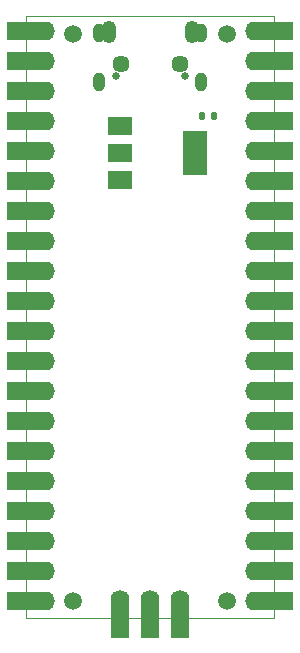
<source format=gbr>
G04 #@! TF.GenerationSoftware,KiCad,Pcbnew,(6.0.6)*
G04 #@! TF.CreationDate,2022-08-20T10:32:50+05:30*
G04 #@! TF.ProjectId,Mitayi-Pico-RP2040,4d697461-7969-42d5-9069-636f2d525032,0.2*
G04 #@! TF.SameCoordinates,PX848f8c0PY6ea0500*
G04 #@! TF.FileFunction,Soldermask,Bot*
G04 #@! TF.FilePolarity,Negative*
%FSLAX46Y46*%
G04 Gerber Fmt 4.6, Leading zero omitted, Abs format (unit mm)*
G04 Created by KiCad (PCBNEW (6.0.6)) date 2022-08-20 10:32:50*
%MOMM*%
%LPD*%
G01*
G04 APERTURE LIST*
G04 Aperture macros list*
%AMRoundRect*
0 Rectangle with rounded corners*
0 $1 Rounding radius*
0 $2 $3 $4 $5 $6 $7 $8 $9 X,Y pos of 4 corners*
0 Add a 4 corners polygon primitive as box body*
4,1,4,$2,$3,$4,$5,$6,$7,$8,$9,$2,$3,0*
0 Add four circle primitives for the rounded corners*
1,1,$1+$1,$2,$3*
1,1,$1+$1,$4,$5*
1,1,$1+$1,$6,$7*
1,1,$1+$1,$8,$9*
0 Add four rect primitives between the rounded corners*
20,1,$1+$1,$2,$3,$4,$5,0*
20,1,$1+$1,$4,$5,$6,$7,0*
20,1,$1+$1,$6,$7,$8,$9,0*
20,1,$1+$1,$8,$9,$2,$3,0*%
G04 Aperture macros list end*
G04 #@! TA.AperFunction,Profile*
%ADD10C,0.100000*%
G04 #@! TD*
%ADD11C,1.500000*%
%ADD12O,1.600000X1.700000*%
%ADD13R,1.600000X3.200000*%
%ADD14C,0.670000*%
%ADD15RoundRect,0.500000X0.000000X0.300000X0.000000X0.300000X0.000000X-0.300000X0.000000X-0.300000X0*%
%ADD16O,1.200000X1.900000*%
%ADD17C,1.450000*%
%ADD18R,3.200000X1.600000*%
%ADD19O,1.700000X1.600000*%
%ADD20R,2.000000X1.500000*%
%ADD21R,2.000000X3.800000*%
%ADD22RoundRect,0.135000X-0.135000X-0.185000X0.135000X-0.185000X0.135000X0.185000X-0.135000X0.185000X0*%
G04 APERTURE END LIST*
D10*
X0Y51000000D02*
X21000000Y51000000D01*
X21000000Y0D02*
X0Y0D01*
X21000000Y51000000D02*
X21000000Y0D01*
X0Y0D02*
X0Y51000000D01*
D11*
X17000000Y1490000D03*
D12*
X7950000Y1600000D03*
D13*
X7950000Y-10000D03*
D12*
X10490000Y1600000D03*
D13*
X10490000Y-10000D03*
D12*
X13030000Y1600000D03*
D13*
X13030000Y-10000D03*
D11*
X4000000Y1490000D03*
D14*
X7610000Y45920000D03*
X13410000Y45920000D03*
D15*
X14830000Y45390000D03*
X6190000Y45390000D03*
X14830000Y49570000D03*
X6190000Y49570000D03*
D11*
X17000000Y49490000D03*
D16*
X7010000Y49637500D03*
D17*
X13010000Y46937500D03*
X8010000Y46937500D03*
D16*
X14010000Y49637500D03*
D11*
X4000000Y49490000D03*
D18*
X-10000Y49700000D03*
D19*
X1600000Y49700000D03*
D18*
X-10000Y47160000D03*
D19*
X1600000Y47160000D03*
D18*
X-10000Y44620000D03*
D19*
X1600000Y44620000D03*
D18*
X-10000Y42080000D03*
D19*
X1600000Y42080000D03*
X1600000Y39540000D03*
D18*
X-10000Y39540000D03*
D19*
X1600000Y37000000D03*
D18*
X-10000Y37000000D03*
X-10000Y34460000D03*
D19*
X1600000Y34460000D03*
D18*
X-10000Y31920000D03*
D19*
X1600000Y31920000D03*
X1600000Y29380000D03*
D18*
X-10000Y29380000D03*
X-10000Y26840000D03*
D19*
X1600000Y26840000D03*
D18*
X-10000Y24300000D03*
D19*
X1600000Y24300000D03*
D18*
X-10000Y21760000D03*
D19*
X1600000Y21760000D03*
D18*
X-10000Y19220000D03*
D19*
X1600000Y19220000D03*
D18*
X-10000Y16680000D03*
D19*
X1600000Y16680000D03*
D18*
X-10000Y14140000D03*
D19*
X1600000Y14140000D03*
D18*
X-10000Y11600000D03*
D19*
X1600000Y11600000D03*
X1600000Y9060000D03*
D18*
X-10000Y9060000D03*
X-10000Y6520000D03*
D19*
X1600000Y6520000D03*
D18*
X-10000Y3980000D03*
D19*
X1600000Y3980000D03*
D18*
X-10000Y1440000D03*
D19*
X1600000Y1440000D03*
D20*
X7980000Y37100000D03*
X7980000Y39400000D03*
D21*
X14280000Y39400000D03*
D20*
X7980000Y41700000D03*
D22*
X14890000Y42510000D03*
X15910000Y42510000D03*
D18*
X21010000Y49700000D03*
D19*
X19400000Y49700000D03*
D18*
X21010000Y47160000D03*
D19*
X19400000Y47160000D03*
D18*
X21010000Y44620000D03*
D19*
X19400000Y44620000D03*
X19400000Y42080000D03*
D18*
X21010000Y42080000D03*
D19*
X19400000Y39540000D03*
D18*
X21010000Y39540000D03*
X21010000Y37000000D03*
D19*
X19400000Y37000000D03*
D18*
X21010000Y34460000D03*
D19*
X19400000Y34460000D03*
X19400000Y31920000D03*
D18*
X21010000Y31920000D03*
X21010000Y29380000D03*
D19*
X19400000Y29380000D03*
D18*
X21010000Y26840000D03*
D19*
X19400000Y26840000D03*
D18*
X21010000Y24300000D03*
D19*
X19400000Y24300000D03*
D18*
X21010000Y21760000D03*
D19*
X19400000Y21760000D03*
X19400000Y19220000D03*
D18*
X21010000Y19220000D03*
D19*
X19400000Y16680000D03*
D18*
X21010000Y16680000D03*
X21010000Y14140000D03*
D19*
X19400000Y14140000D03*
X19400000Y11600000D03*
D18*
X21010000Y11600000D03*
X21010000Y9060000D03*
D19*
X19400000Y9060000D03*
X19400000Y6520000D03*
D18*
X21010000Y6520000D03*
X21010000Y3980000D03*
D19*
X19400000Y3980000D03*
D18*
X21010000Y1440000D03*
D19*
X19400000Y1440000D03*
M02*

</source>
